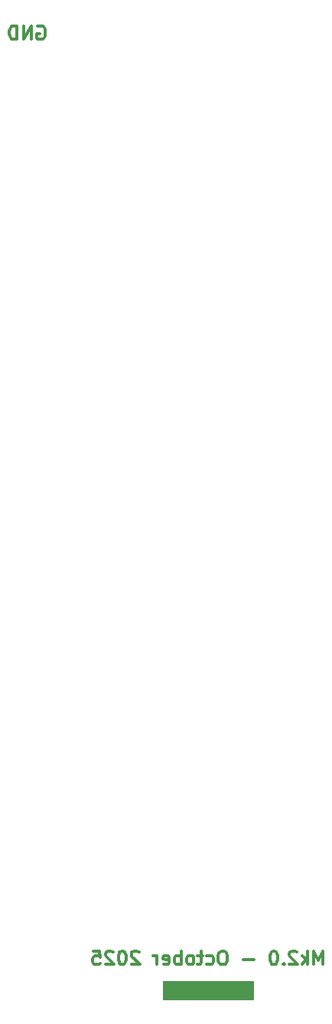
<source format=gbo>
%TF.GenerationSoftware,KiCad,Pcbnew,9.0.4*%
%TF.CreationDate,2025-10-04T20:48:30+02:00*%
%TF.ProjectId,DMH_Dual_VCA_Mk2_PANEL,444d485f-4475-4616-9c5f-5643415f4d6b,rev?*%
%TF.SameCoordinates,Original*%
%TF.FileFunction,Legend,Bot*%
%TF.FilePolarity,Positive*%
%FSLAX46Y46*%
G04 Gerber Fmt 4.6, Leading zero omitted, Abs format (unit mm)*
G04 Created by KiCad (PCBNEW 9.0.4) date 2025-10-04 20:48:30*
%MOMM*%
%LPD*%
G01*
G04 APERTURE LIST*
%ADD10C,0.100000*%
%ADD11C,0.300000*%
%ADD12C,0.500000*%
%ADD13C,12.000000*%
%ADD14C,4.000000*%
%ADD15O,2.500000X1.500000*%
%ADD16R,5.000000X10.000000*%
G04 APERTURE END LIST*
D10*
X70000000Y-225450000D02*
X80000000Y-225450000D01*
X80000000Y-227450000D01*
X70000000Y-227450000D01*
X70000000Y-225450000D01*
G36*
X70000000Y-225450000D02*
G01*
X80000000Y-225450000D01*
X80000000Y-227450000D01*
X70000000Y-227450000D01*
X70000000Y-225450000D01*
G37*
D11*
X87714284Y-223628328D02*
X87714284Y-222128328D01*
X87714284Y-222128328D02*
X87214284Y-223199757D01*
X87214284Y-223199757D02*
X86714284Y-222128328D01*
X86714284Y-222128328D02*
X86714284Y-223628328D01*
X85999998Y-223628328D02*
X85999998Y-222128328D01*
X85857141Y-223056900D02*
X85428569Y-223628328D01*
X85428569Y-222628328D02*
X85999998Y-223199757D01*
X84857140Y-222271185D02*
X84785712Y-222199757D01*
X84785712Y-222199757D02*
X84642855Y-222128328D01*
X84642855Y-222128328D02*
X84285712Y-222128328D01*
X84285712Y-222128328D02*
X84142855Y-222199757D01*
X84142855Y-222199757D02*
X84071426Y-222271185D01*
X84071426Y-222271185D02*
X83999997Y-222414042D01*
X83999997Y-222414042D02*
X83999997Y-222556900D01*
X83999997Y-222556900D02*
X84071426Y-222771185D01*
X84071426Y-222771185D02*
X84928569Y-223628328D01*
X84928569Y-223628328D02*
X83999997Y-223628328D01*
X83357141Y-223485471D02*
X83285712Y-223556900D01*
X83285712Y-223556900D02*
X83357141Y-223628328D01*
X83357141Y-223628328D02*
X83428569Y-223556900D01*
X83428569Y-223556900D02*
X83357141Y-223485471D01*
X83357141Y-223485471D02*
X83357141Y-223628328D01*
X82357140Y-222128328D02*
X82214283Y-222128328D01*
X82214283Y-222128328D02*
X82071426Y-222199757D01*
X82071426Y-222199757D02*
X81999998Y-222271185D01*
X81999998Y-222271185D02*
X81928569Y-222414042D01*
X81928569Y-222414042D02*
X81857140Y-222699757D01*
X81857140Y-222699757D02*
X81857140Y-223056900D01*
X81857140Y-223056900D02*
X81928569Y-223342614D01*
X81928569Y-223342614D02*
X81999998Y-223485471D01*
X81999998Y-223485471D02*
X82071426Y-223556900D01*
X82071426Y-223556900D02*
X82214283Y-223628328D01*
X82214283Y-223628328D02*
X82357140Y-223628328D01*
X82357140Y-223628328D02*
X82499998Y-223556900D01*
X82499998Y-223556900D02*
X82571426Y-223485471D01*
X82571426Y-223485471D02*
X82642855Y-223342614D01*
X82642855Y-223342614D02*
X82714283Y-223056900D01*
X82714283Y-223056900D02*
X82714283Y-222699757D01*
X82714283Y-222699757D02*
X82642855Y-222414042D01*
X82642855Y-222414042D02*
X82571426Y-222271185D01*
X82571426Y-222271185D02*
X82499998Y-222199757D01*
X82499998Y-222199757D02*
X82357140Y-222128328D01*
X80071427Y-223056900D02*
X78928570Y-223056900D01*
X76785712Y-222128328D02*
X76499998Y-222128328D01*
X76499998Y-222128328D02*
X76357141Y-222199757D01*
X76357141Y-222199757D02*
X76214284Y-222342614D01*
X76214284Y-222342614D02*
X76142855Y-222628328D01*
X76142855Y-222628328D02*
X76142855Y-223128328D01*
X76142855Y-223128328D02*
X76214284Y-223414042D01*
X76214284Y-223414042D02*
X76357141Y-223556900D01*
X76357141Y-223556900D02*
X76499998Y-223628328D01*
X76499998Y-223628328D02*
X76785712Y-223628328D01*
X76785712Y-223628328D02*
X76928570Y-223556900D01*
X76928570Y-223556900D02*
X77071427Y-223414042D01*
X77071427Y-223414042D02*
X77142855Y-223128328D01*
X77142855Y-223128328D02*
X77142855Y-222628328D01*
X77142855Y-222628328D02*
X77071427Y-222342614D01*
X77071427Y-222342614D02*
X76928570Y-222199757D01*
X76928570Y-222199757D02*
X76785712Y-222128328D01*
X74857141Y-223556900D02*
X74999998Y-223628328D01*
X74999998Y-223628328D02*
X75285712Y-223628328D01*
X75285712Y-223628328D02*
X75428569Y-223556900D01*
X75428569Y-223556900D02*
X75499998Y-223485471D01*
X75499998Y-223485471D02*
X75571426Y-223342614D01*
X75571426Y-223342614D02*
X75571426Y-222914042D01*
X75571426Y-222914042D02*
X75499998Y-222771185D01*
X75499998Y-222771185D02*
X75428569Y-222699757D01*
X75428569Y-222699757D02*
X75285712Y-222628328D01*
X75285712Y-222628328D02*
X74999998Y-222628328D01*
X74999998Y-222628328D02*
X74857141Y-222699757D01*
X74428569Y-222628328D02*
X73857141Y-222628328D01*
X74214284Y-222128328D02*
X74214284Y-223414042D01*
X74214284Y-223414042D02*
X74142855Y-223556900D01*
X74142855Y-223556900D02*
X73999998Y-223628328D01*
X73999998Y-223628328D02*
X73857141Y-223628328D01*
X73142855Y-223628328D02*
X73285712Y-223556900D01*
X73285712Y-223556900D02*
X73357141Y-223485471D01*
X73357141Y-223485471D02*
X73428569Y-223342614D01*
X73428569Y-223342614D02*
X73428569Y-222914042D01*
X73428569Y-222914042D02*
X73357141Y-222771185D01*
X73357141Y-222771185D02*
X73285712Y-222699757D01*
X73285712Y-222699757D02*
X73142855Y-222628328D01*
X73142855Y-222628328D02*
X72928569Y-222628328D01*
X72928569Y-222628328D02*
X72785712Y-222699757D01*
X72785712Y-222699757D02*
X72714284Y-222771185D01*
X72714284Y-222771185D02*
X72642855Y-222914042D01*
X72642855Y-222914042D02*
X72642855Y-223342614D01*
X72642855Y-223342614D02*
X72714284Y-223485471D01*
X72714284Y-223485471D02*
X72785712Y-223556900D01*
X72785712Y-223556900D02*
X72928569Y-223628328D01*
X72928569Y-223628328D02*
X73142855Y-223628328D01*
X71999998Y-223628328D02*
X71999998Y-222128328D01*
X71999998Y-222699757D02*
X71857141Y-222628328D01*
X71857141Y-222628328D02*
X71571426Y-222628328D01*
X71571426Y-222628328D02*
X71428569Y-222699757D01*
X71428569Y-222699757D02*
X71357141Y-222771185D01*
X71357141Y-222771185D02*
X71285712Y-222914042D01*
X71285712Y-222914042D02*
X71285712Y-223342614D01*
X71285712Y-223342614D02*
X71357141Y-223485471D01*
X71357141Y-223485471D02*
X71428569Y-223556900D01*
X71428569Y-223556900D02*
X71571426Y-223628328D01*
X71571426Y-223628328D02*
X71857141Y-223628328D01*
X71857141Y-223628328D02*
X71999998Y-223556900D01*
X70071426Y-223556900D02*
X70214283Y-223628328D01*
X70214283Y-223628328D02*
X70499998Y-223628328D01*
X70499998Y-223628328D02*
X70642855Y-223556900D01*
X70642855Y-223556900D02*
X70714283Y-223414042D01*
X70714283Y-223414042D02*
X70714283Y-222842614D01*
X70714283Y-222842614D02*
X70642855Y-222699757D01*
X70642855Y-222699757D02*
X70499998Y-222628328D01*
X70499998Y-222628328D02*
X70214283Y-222628328D01*
X70214283Y-222628328D02*
X70071426Y-222699757D01*
X70071426Y-222699757D02*
X69999998Y-222842614D01*
X69999998Y-222842614D02*
X69999998Y-222985471D01*
X69999998Y-222985471D02*
X70714283Y-223128328D01*
X69357141Y-223628328D02*
X69357141Y-222628328D01*
X69357141Y-222914042D02*
X69285712Y-222771185D01*
X69285712Y-222771185D02*
X69214284Y-222699757D01*
X69214284Y-222699757D02*
X69071426Y-222628328D01*
X69071426Y-222628328D02*
X68928569Y-222628328D01*
X67357141Y-222271185D02*
X67285713Y-222199757D01*
X67285713Y-222199757D02*
X67142856Y-222128328D01*
X67142856Y-222128328D02*
X66785713Y-222128328D01*
X66785713Y-222128328D02*
X66642856Y-222199757D01*
X66642856Y-222199757D02*
X66571427Y-222271185D01*
X66571427Y-222271185D02*
X66499998Y-222414042D01*
X66499998Y-222414042D02*
X66499998Y-222556900D01*
X66499998Y-222556900D02*
X66571427Y-222771185D01*
X66571427Y-222771185D02*
X67428570Y-223628328D01*
X67428570Y-223628328D02*
X66499998Y-223628328D01*
X65571427Y-222128328D02*
X65428570Y-222128328D01*
X65428570Y-222128328D02*
X65285713Y-222199757D01*
X65285713Y-222199757D02*
X65214285Y-222271185D01*
X65214285Y-222271185D02*
X65142856Y-222414042D01*
X65142856Y-222414042D02*
X65071427Y-222699757D01*
X65071427Y-222699757D02*
X65071427Y-223056900D01*
X65071427Y-223056900D02*
X65142856Y-223342614D01*
X65142856Y-223342614D02*
X65214285Y-223485471D01*
X65214285Y-223485471D02*
X65285713Y-223556900D01*
X65285713Y-223556900D02*
X65428570Y-223628328D01*
X65428570Y-223628328D02*
X65571427Y-223628328D01*
X65571427Y-223628328D02*
X65714285Y-223556900D01*
X65714285Y-223556900D02*
X65785713Y-223485471D01*
X65785713Y-223485471D02*
X65857142Y-223342614D01*
X65857142Y-223342614D02*
X65928570Y-223056900D01*
X65928570Y-223056900D02*
X65928570Y-222699757D01*
X65928570Y-222699757D02*
X65857142Y-222414042D01*
X65857142Y-222414042D02*
X65785713Y-222271185D01*
X65785713Y-222271185D02*
X65714285Y-222199757D01*
X65714285Y-222199757D02*
X65571427Y-222128328D01*
X64499999Y-222271185D02*
X64428571Y-222199757D01*
X64428571Y-222199757D02*
X64285714Y-222128328D01*
X64285714Y-222128328D02*
X63928571Y-222128328D01*
X63928571Y-222128328D02*
X63785714Y-222199757D01*
X63785714Y-222199757D02*
X63714285Y-222271185D01*
X63714285Y-222271185D02*
X63642856Y-222414042D01*
X63642856Y-222414042D02*
X63642856Y-222556900D01*
X63642856Y-222556900D02*
X63714285Y-222771185D01*
X63714285Y-222771185D02*
X64571428Y-223628328D01*
X64571428Y-223628328D02*
X63642856Y-223628328D01*
X62285714Y-222128328D02*
X63000000Y-222128328D01*
X63000000Y-222128328D02*
X63071428Y-222842614D01*
X63071428Y-222842614D02*
X63000000Y-222771185D01*
X63000000Y-222771185D02*
X62857143Y-222699757D01*
X62857143Y-222699757D02*
X62500000Y-222699757D01*
X62500000Y-222699757D02*
X62357143Y-222771185D01*
X62357143Y-222771185D02*
X62285714Y-222842614D01*
X62285714Y-222842614D02*
X62214285Y-222985471D01*
X62214285Y-222985471D02*
X62214285Y-223342614D01*
X62214285Y-223342614D02*
X62285714Y-223485471D01*
X62285714Y-223485471D02*
X62357143Y-223556900D01*
X62357143Y-223556900D02*
X62500000Y-223628328D01*
X62500000Y-223628328D02*
X62857143Y-223628328D01*
X62857143Y-223628328D02*
X63000000Y-223556900D01*
X63000000Y-223556900D02*
X63071428Y-223485471D01*
X56142856Y-119999757D02*
X56285714Y-119928328D01*
X56285714Y-119928328D02*
X56499999Y-119928328D01*
X56499999Y-119928328D02*
X56714285Y-119999757D01*
X56714285Y-119999757D02*
X56857142Y-120142614D01*
X56857142Y-120142614D02*
X56928571Y-120285471D01*
X56928571Y-120285471D02*
X56999999Y-120571185D01*
X56999999Y-120571185D02*
X56999999Y-120785471D01*
X56999999Y-120785471D02*
X56928571Y-121071185D01*
X56928571Y-121071185D02*
X56857142Y-121214042D01*
X56857142Y-121214042D02*
X56714285Y-121356900D01*
X56714285Y-121356900D02*
X56499999Y-121428328D01*
X56499999Y-121428328D02*
X56357142Y-121428328D01*
X56357142Y-121428328D02*
X56142856Y-121356900D01*
X56142856Y-121356900D02*
X56071428Y-121285471D01*
X56071428Y-121285471D02*
X56071428Y-120785471D01*
X56071428Y-120785471D02*
X56357142Y-120785471D01*
X55428571Y-121428328D02*
X55428571Y-119928328D01*
X55428571Y-119928328D02*
X54571428Y-121428328D01*
X54571428Y-121428328D02*
X54571428Y-119928328D01*
X53857142Y-121428328D02*
X53857142Y-119928328D01*
X53857142Y-119928328D02*
X53499999Y-119928328D01*
X53499999Y-119928328D02*
X53285713Y-119999757D01*
X53285713Y-119999757D02*
X53142856Y-120142614D01*
X53142856Y-120142614D02*
X53071427Y-120285471D01*
X53071427Y-120285471D02*
X52999999Y-120571185D01*
X52999999Y-120571185D02*
X52999999Y-120785471D01*
X52999999Y-120785471D02*
X53071427Y-121071185D01*
X53071427Y-121071185D02*
X53142856Y-121214042D01*
X53142856Y-121214042D02*
X53285713Y-121356900D01*
X53285713Y-121356900D02*
X53499999Y-121428328D01*
X53499999Y-121428328D02*
X53857142Y-121428328D01*
%LPC*%
D12*
%TO.C,H9*%
X52800000Y-190250000D03*
X54460000Y-186220000D03*
X54470000Y-194290000D03*
X58500000Y-184550000D03*
D13*
X58500000Y-190250000D03*
D12*
X58500000Y-195950000D03*
X62530000Y-194290000D03*
X62540000Y-186220000D03*
X64200000Y-190250000D03*
%TD*%
D14*
%TO.C,H3*%
X53500000Y-226500000D03*
%TD*%
D12*
%TO.C,H8*%
X52800000Y-171750000D03*
X54460000Y-167720000D03*
X54470000Y-175790000D03*
X58500000Y-166050000D03*
D13*
X58500000Y-171750000D03*
D12*
X58500000Y-177450000D03*
X62530000Y-175790000D03*
X62540000Y-167720000D03*
X64200000Y-171750000D03*
%TD*%
%TO.C,H15*%
X69300000Y-171750000D03*
X70960000Y-167720000D03*
X70970000Y-175790000D03*
X75000000Y-166050000D03*
D13*
X75000000Y-171750000D03*
D12*
X75000000Y-177450000D03*
X79030000Y-175790000D03*
X79040000Y-167720000D03*
X80700000Y-171750000D03*
%TD*%
D13*
%TO.C,H13*%
X87250000Y-119000000D03*
%TD*%
%TO.C,H14*%
X87250000Y-149000000D03*
%TD*%
D12*
%TO.C,H17*%
X69300000Y-190250000D03*
X70960000Y-186220000D03*
X70970000Y-194290000D03*
X75000000Y-184550000D03*
D13*
X75000000Y-190250000D03*
D12*
X75000000Y-195950000D03*
X79030000Y-194290000D03*
X79040000Y-186220000D03*
X80700000Y-190250000D03*
%TD*%
%TO.C,H10*%
X85800000Y-171750000D03*
X87460000Y-167720000D03*
X87470000Y-175790000D03*
X91500000Y-166050000D03*
D13*
X91500000Y-171750000D03*
D12*
X91500000Y-177450000D03*
X95530000Y-175790000D03*
X95540000Y-167720000D03*
X97200000Y-171750000D03*
%TD*%
D13*
%TO.C,H5*%
X87250000Y-71000000D03*
D15*
X87250000Y-77000000D03*
%TD*%
D12*
%TO.C,H11*%
X52800000Y-208750000D03*
X54460000Y-204720000D03*
X54470000Y-212790000D03*
X58500000Y-203050000D03*
D13*
X58500000Y-208750000D03*
D12*
X58500000Y-214450000D03*
X62530000Y-212790000D03*
X62540000Y-204720000D03*
X64200000Y-208750000D03*
%TD*%
%TO.C,H19*%
X85800000Y-208750000D03*
X87460000Y-204720000D03*
X87470000Y-212790000D03*
X91500000Y-203050000D03*
D13*
X91500000Y-208750000D03*
D12*
X91500000Y-214450000D03*
X95530000Y-212790000D03*
X95540000Y-204720000D03*
X97200000Y-208750000D03*
%TD*%
D14*
%TO.C,H2*%
X96500000Y-33500000D03*
%TD*%
%TO.C,H4*%
X96500000Y-226500000D03*
%TD*%
D12*
%TO.C,H18*%
X85800000Y-190250000D03*
X87460000Y-186220000D03*
X87470000Y-194290000D03*
X91500000Y-184550000D03*
D13*
X91500000Y-190250000D03*
D12*
X91500000Y-195950000D03*
X95530000Y-194290000D03*
X95540000Y-186220000D03*
X97200000Y-190250000D03*
%TD*%
D13*
%TO.C,H6*%
X62750000Y-56000000D03*
%TD*%
D14*
%TO.C,H1*%
X53500000Y-33500000D03*
%TD*%
D13*
%TO.C,H7*%
X62750000Y-86000000D03*
%TD*%
D12*
%TO.C,H16*%
X69300000Y-208750000D03*
X70960000Y-204720000D03*
X70970000Y-212790000D03*
X75000000Y-203050000D03*
D13*
X75000000Y-208750000D03*
D12*
X75000000Y-214450000D03*
X79030000Y-212790000D03*
X79040000Y-204720000D03*
X80700000Y-208750000D03*
%TD*%
D13*
%TO.C,H12*%
X62750000Y-134000000D03*
D15*
X62750000Y-140000000D03*
%TD*%
D16*
%TO.C,J0*%
X55000000Y-114000000D03*
%TD*%
%LPD*%
M02*

</source>
